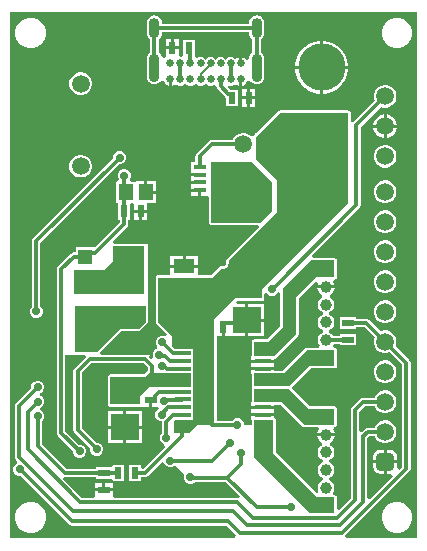
<source format=gbr>
%TF.GenerationSoftware,Altium Limited,Altium Designer,26.2.0 (7)*%
G04 Layer_Physical_Order=4*
G04 Layer_Color=16711680*
%FSLAX45Y45*%
%MOMM*%
%TF.SameCoordinates,0EF2FD25-9F0B-49EC-8662-A35640DF5B91*%
%TF.FilePolarity,Positive*%
%TF.FileFunction,Copper,L4,Bot,Signal*%
%TF.Part,Single*%
G01*
G75*
%TA.AperFunction,SMDPad,CuDef*%
%ADD10R,1.00000X0.60000*%
%ADD13R,0.60000X1.00000*%
%TA.AperFunction,Conductor*%
%ADD21C,0.30000*%
%ADD22C,0.20000*%
%TA.AperFunction,ComponentPad*%
%ADD23C,1.50000*%
%ADD24C,4.00000*%
%ADD25R,4.00000X4.00000*%
%ADD26C,2.00000*%
%ADD27R,1.50000X1.50000*%
%ADD28C,1.00000*%
G04:AMPARAMS|DCode=29|XSize=1.52mm|YSize=1.52mm|CornerRadius=0.38mm|HoleSize=0mm|Usage=FLASHONLY|Rotation=90.000|XOffset=0mm|YOffset=0mm|HoleType=Round|Shape=RoundedRectangle|*
%AMROUNDEDRECTD29*
21,1,1.52000,0.76000,0,0,90.0*
21,1,0.76000,1.52000,0,0,90.0*
1,1,0.76000,0.38000,0.38000*
1,1,0.76000,0.38000,-0.38000*
1,1,0.76000,-0.38000,-0.38000*
1,1,0.76000,-0.38000,0.38000*
%
%ADD29ROUNDEDRECTD29*%
%ADD30C,0.65000*%
%ADD31C,1.52000*%
G04:AMPARAMS|DCode=32|XSize=0.9mm|YSize=2.4mm|CornerRadius=0.45mm|HoleSize=0mm|Usage=FLASHONLY|Rotation=180.000|XOffset=0mm|YOffset=0mm|HoleType=Round|Shape=RoundedRectangle|*
%AMROUNDEDRECTD32*
21,1,0.90000,1.50000,0,0,180.0*
21,1,0.00000,2.40000,0,0,180.0*
1,1,0.90000,0.00000,0.75000*
1,1,0.90000,0.00000,0.75000*
1,1,0.90000,0.00000,-0.75000*
1,1,0.90000,0.00000,-0.75000*
%
%ADD32ROUNDEDRECTD32*%
G04:AMPARAMS|DCode=33|XSize=0.9mm|YSize=1.7mm|CornerRadius=0.45mm|HoleSize=0mm|Usage=FLASHONLY|Rotation=180.000|XOffset=0mm|YOffset=0mm|HoleType=Round|Shape=RoundedRectangle|*
%AMROUNDEDRECTD33*
21,1,0.90000,0.80000,0,0,180.0*
21,1,0.00000,1.70000,0,0,180.0*
1,1,0.90000,0.00000,0.40000*
1,1,0.90000,0.00000,0.40000*
1,1,0.90000,0.00000,-0.40000*
1,1,0.90000,0.00000,-0.40000*
%
%ADD33ROUNDEDRECTD33*%
%TA.AperFunction,ViaPad*%
%ADD34C,0.70000*%
%TA.AperFunction,SMDPad,CuDef*%
%ADD35R,0.76000X0.40500*%
%ADD36R,2.35000X2.20000*%
%ADD37R,1.45000X0.40000*%
%ADD38R,1.80000X1.15000*%
%ADD39R,0.60000X1.20000*%
%ADD40R,1.20000X1.40000*%
%ADD41R,1.20000X1.52000*%
%ADD42R,0.99000X0.40500*%
%ADD43R,4.40000X1.50000*%
%ADD44R,1.15000X1.22000*%
G36*
X13176604Y7053396D02*
X12574648D01*
X12566364Y7073396D01*
X13107735Y7614766D01*
X13115469Y7626344D01*
X13118185Y7640000D01*
Y8533500D01*
X13115469Y8547156D01*
X13107735Y8558733D01*
X12991249Y8675218D01*
X12991959Y8676445D01*
X12998500Y8700861D01*
Y8726138D01*
X12991959Y8750554D01*
X12979318Y8772445D01*
X12961446Y8790319D01*
X12939555Y8802957D01*
X12915138Y8809500D01*
X12889861D01*
X12865445Y8802957D01*
X12864218Y8802249D01*
X12768733Y8897734D01*
X12757156Y8905469D01*
X12743500Y8908186D01*
X12660000D01*
Y8922500D01*
X12520000D01*
Y8822500D01*
X12660000D01*
Y8836814D01*
X12728718D01*
X12813751Y8751782D01*
X12813042Y8750554D01*
X12806500Y8726138D01*
Y8700861D01*
X12813042Y8676445D01*
X12825681Y8654554D01*
X12843555Y8636681D01*
X12865445Y8624042D01*
X12889861Y8617500D01*
X12915138D01*
X12939555Y8624042D01*
X12940782Y8624751D01*
X13046814Y8518718D01*
Y7654781D01*
X13024106Y7632073D01*
X13020091Y7632739D01*
X13004330Y7655422D01*
X13005142Y7659500D01*
Y7684799D01*
X12915199D01*
Y7594858D01*
X12940500D01*
X12944579Y7595669D01*
X12967261Y7579909D01*
X12967928Y7575894D01*
X12771664Y7379631D01*
X12753186Y7387284D01*
Y7897719D01*
X12771281Y7915814D01*
X12812675D01*
X12813042Y7914445D01*
X12825681Y7892554D01*
X12843555Y7874681D01*
X12865445Y7862042D01*
X12889861Y7855500D01*
X12915138D01*
X12939555Y7862042D01*
X12961446Y7874681D01*
X12979318Y7892554D01*
X12991959Y7914445D01*
X12998500Y7938861D01*
Y7964138D01*
X12991959Y7988554D01*
X12979318Y8010445D01*
X12961446Y8028319D01*
X12939555Y8040957D01*
X12915138Y8047500D01*
X12889861D01*
X12865445Y8040957D01*
X12843555Y8028319D01*
X12825681Y8010445D01*
X12813042Y7988554D01*
X12812675Y7987185D01*
X12756500D01*
X12742843Y7984469D01*
X12731266Y7976733D01*
X12703186Y7948653D01*
X12683186Y7956937D01*
Y8122718D01*
X12730281Y8169814D01*
X12812675D01*
X12813042Y8168445D01*
X12825681Y8146554D01*
X12843555Y8128681D01*
X12865445Y8116042D01*
X12889861Y8109500D01*
X12915138D01*
X12939555Y8116042D01*
X12961446Y8128681D01*
X12979318Y8146554D01*
X12991959Y8168445D01*
X12998500Y8192861D01*
Y8218138D01*
X12991959Y8242554D01*
X12979318Y8264445D01*
X12961446Y8282319D01*
X12939555Y8294957D01*
X12915138Y8301500D01*
X12889861D01*
X12865445Y8294957D01*
X12843555Y8282319D01*
X12825681Y8264445D01*
X12813042Y8242554D01*
X12812675Y8241185D01*
X12715500D01*
X12701844Y8238469D01*
X12690266Y8230733D01*
X12622266Y8162733D01*
X12614531Y8151156D01*
X12611814Y8137500D01*
Y7392282D01*
X12511370Y7291837D01*
X12492892Y7299491D01*
Y7397500D01*
X12491340Y7405303D01*
X12486919Y7411919D01*
X12480304Y7416339D01*
X12472500Y7417892D01*
X12470171D01*
X12464448Y7426055D01*
X12460461Y7437892D01*
X12467730Y7450481D01*
X12472500Y7468285D01*
Y7486716D01*
X12467730Y7504519D01*
X12458514Y7520481D01*
X12445481Y7533514D01*
X12430897Y7541934D01*
X12429519Y7549402D01*
Y7555599D01*
X12430897Y7563066D01*
X12445481Y7571486D01*
X12458514Y7584519D01*
X12467730Y7600481D01*
X12472500Y7618284D01*
Y7636716D01*
X12467730Y7654519D01*
X12458514Y7670481D01*
X12445481Y7683514D01*
X12430897Y7691934D01*
X12429519Y7699399D01*
Y7705601D01*
X12430897Y7713066D01*
X12445481Y7721486D01*
X12458514Y7734519D01*
X12467730Y7750481D01*
X12472500Y7768285D01*
Y7786716D01*
X12467730Y7804519D01*
X12458514Y7820481D01*
X12445481Y7833514D01*
X12437239Y7838273D01*
X12435944Y7842632D01*
X12437039Y7860377D01*
X12448797Y7867165D01*
X12462835Y7881204D01*
X12472762Y7898397D01*
X12477157Y7914801D01*
X12402500D01*
X12327843D01*
X12332238Y7898397D01*
X12342165Y7881204D01*
X12356204Y7867165D01*
X12367961Y7860377D01*
X12369056Y7842632D01*
X12367761Y7838273D01*
X12359519Y7833514D01*
X12346486Y7820481D01*
X12337271Y7804519D01*
X12332500Y7786716D01*
Y7768285D01*
X12337271Y7750481D01*
X12346486Y7734519D01*
X12359519Y7721486D01*
X12374104Y7713066D01*
X12375481Y7705601D01*
Y7699399D01*
X12374104Y7691934D01*
X12359519Y7683514D01*
X12346486Y7670481D01*
X12337271Y7654519D01*
X12332500Y7636716D01*
Y7618284D01*
X12337271Y7600481D01*
X12346486Y7584519D01*
X12359519Y7571486D01*
X12374104Y7563066D01*
X12375481Y7555599D01*
Y7549402D01*
X12374104Y7541934D01*
X12359519Y7533514D01*
X12346486Y7520481D01*
X12337271Y7504519D01*
X12332500Y7486716D01*
Y7468285D01*
X12337271Y7450481D01*
X12341545Y7443077D01*
X12325541Y7430797D01*
X11977892Y7778446D01*
X11977892Y8052500D01*
X11976340Y8060304D01*
X11971919Y8066919D01*
X11965400Y8071275D01*
Y8082300D01*
X11867499D01*
X11769600D01*
Y8049600D01*
X11772108D01*
Y8012500D01*
X11707500D01*
Y8023440D01*
X11699126Y8043655D01*
X11683655Y8059127D01*
X11663440Y8067500D01*
X11641560D01*
X11621345Y8059127D01*
X11605873Y8043655D01*
X11605845Y8043587D01*
X11475392D01*
Y8745308D01*
X11477100Y8764600D01*
X11519800D01*
Y8840000D01*
X11545200D01*
Y8764600D01*
X11587900D01*
X11589600Y8761100D01*
X11719800D01*
Y8896501D01*
Y9031900D01*
X11650145D01*
X11640242Y9051900D01*
X11646118Y9059608D01*
X11860000D01*
X11867804Y9061160D01*
X11874419Y9065581D01*
X11878840Y9072196D01*
X11880392Y9080000D01*
Y9118195D01*
X11890946Y9122979D01*
X11900392Y9124327D01*
X11913845Y9110874D01*
X11934060Y9102500D01*
X11955940D01*
X11976155Y9110874D01*
X11991627Y9126345D01*
X11994608Y9133544D01*
X12014608Y9129565D01*
Y8845946D01*
X11901553Y8732892D01*
X11792500Y8732892D01*
X11784696Y8731339D01*
X11778081Y8726919D01*
X11773660Y8720303D01*
X11772108Y8712500D01*
Y8595400D01*
X11769600D01*
Y8562699D01*
X11867499D01*
X11965400D01*
Y8569687D01*
X11972804Y8571160D01*
X11979420Y8575581D01*
X12164419Y8760581D01*
X12168840Y8767196D01*
X12170392Y8775000D01*
Y9084053D01*
X12313895Y9227556D01*
X12319168Y9228970D01*
X12321657Y9228276D01*
X12332238Y9206604D01*
X12327844Y9190201D01*
X12402500D01*
X12477157D01*
X12472762Y9206604D01*
X12465254Y9219608D01*
X12470571Y9234283D01*
X12474843Y9240074D01*
X12480304Y9241160D01*
X12486919Y9245581D01*
X12491340Y9252196D01*
X12492892Y9260000D01*
Y9402500D01*
X12491340Y9410304D01*
X12486919Y9416919D01*
X12480304Y9421340D01*
X12472500Y9422892D01*
X12294143Y9422891D01*
X12285859Y9442892D01*
X12685234Y9842267D01*
X12692969Y9853844D01*
X12695686Y9867500D01*
Y10534219D01*
X12864951Y10703483D01*
X12865833Y10702975D01*
X12889993Y10696500D01*
X12915007D01*
X12939168Y10702975D01*
X12960831Y10715481D01*
X12978519Y10733169D01*
X12991026Y10754832D01*
X12997501Y10778993D01*
Y10804007D01*
X12991026Y10828169D01*
X12978519Y10849831D01*
X12960831Y10867519D01*
X12939168Y10880026D01*
X12915007Y10886500D01*
X12889993D01*
X12865833Y10880026D01*
X12844170Y10867519D01*
X12826482Y10849831D01*
X12813974Y10828169D01*
X12807500Y10804007D01*
Y10778993D01*
X12813974Y10754832D01*
X12814484Y10753951D01*
X12634766Y10574234D01*
X12632892Y10571428D01*
X12612892Y10577495D01*
Y10652500D01*
X12611340Y10660304D01*
X12606919Y10666919D01*
X12600304Y10671340D01*
X12592500Y10672892D01*
X12010000D01*
X12002196Y10671340D01*
X11995581Y10666919D01*
X11995580Y10666918D01*
X11811161Y10482500D01*
X11805000D01*
Y10476339D01*
X11793081Y10464419D01*
X11790130Y10460004D01*
X11784231Y10457064D01*
X11767568Y10454282D01*
X11758331Y10463519D01*
X11736668Y10476026D01*
X11712507Y10482500D01*
X11687493D01*
X11663332Y10476026D01*
X11641669Y10463519D01*
X11623981Y10445831D01*
X11611474Y10424168D01*
X11611211Y10423186D01*
X11437500D01*
X11423844Y10420469D01*
X11412266Y10412734D01*
X11307266Y10307734D01*
X11299531Y10296156D01*
X11296814Y10282500D01*
Y10232750D01*
X11263000D01*
Y10173150D01*
X11257600D01*
Y10140200D01*
X11332500D01*
Y10114800D01*
X11257600D01*
Y10081850D01*
Y10075200D01*
X11332500D01*
Y10049800D01*
X11257600D01*
Y10016850D01*
Y10010200D01*
X11332500D01*
Y9997500D01*
X11345200D01*
Y9951850D01*
X11407400D01*
X11412108Y9933800D01*
Y9722500D01*
X11413660Y9714696D01*
X11418081Y9708081D01*
X11424696Y9703660D01*
X11432500Y9702108D01*
X11822485D01*
X11830770Y9682108D01*
X11562624Y9413962D01*
X11562623Y9413961D01*
X11562622Y9413961D01*
X11560981Y9411503D01*
X11558203Y9407346D01*
X11558203Y9407345D01*
X11558202Y9407345D01*
X11557423Y9403423D01*
X11556651Y9399543D01*
X11556651Y9399542D01*
X11556651Y9399541D01*
X11557108Y9397245D01*
Y9380616D01*
X11551839Y9367896D01*
X11542104Y9358161D01*
X11529384Y9352892D01*
X11512755D01*
X11510459Y9353349D01*
X11510457Y9353349D01*
X11505643Y9352391D01*
X11502655Y9351797D01*
X11502654Y9351797D01*
X11502653Y9351797D01*
X11498496Y9349019D01*
X11496039Y9347378D01*
X11496039Y9347377D01*
X11496038Y9347376D01*
X11426553Y9277892D01*
X11315400D01*
Y9342300D01*
X11200000D01*
X11084600D01*
Y9277892D01*
X11000400Y9277892D01*
D01*
X10980000D01*
X10972196Y9276339D01*
X10965581Y9271919D01*
X10961160Y9265303D01*
X10959608Y9257500D01*
Y8877500D01*
X10961160Y8869697D01*
X10965581Y8863081D01*
X10965581Y8863080D01*
D01*
D01*
X11053379Y8775282D01*
X11042050Y8758327D01*
X11025940Y8765000D01*
X11004060D01*
X10983845Y8756627D01*
X10972500Y8745281D01*
D01*
X10968374Y8741155D01*
X10960000Y8720940D01*
Y8699060D01*
X10968374Y8678845D01*
X10972500Y8674719D01*
Y8664075D01*
X10967166Y8658741D01*
X10966003Y8652932D01*
X10958071Y8649646D01*
X10942599Y8634175D01*
X10934226Y8613960D01*
Y8592080D01*
X10939567Y8579184D01*
X10922612Y8567855D01*
X10906867Y8583600D01*
X10913900Y8603601D01*
X10913900D01*
Y8605475D01*
X10911610Y8603186D01*
X10497809D01*
X10489524Y8623186D01*
X10497809Y8631470D01*
X10670947Y8804608D01*
X10814999D01*
X10815000Y8804608D01*
X10815001Y8804608D01*
X10823447D01*
X10845239Y8826400D01*
X10889419Y8870581D01*
D01*
X10893840Y8877196D01*
X10895392Y8885000D01*
Y9017500D01*
X10895290Y9018012D01*
X10895000Y9037892D01*
X10895000Y9037892D01*
Y9099600D01*
X10895392D01*
Y9539609D01*
X10897791Y9545400D01*
X10889600D01*
Y9545401D01*
X10869600Y9544477D01*
X10865000Y9545392D01*
X10606644D01*
X10597886Y9562863D01*
X10597664Y9564696D01*
X10717733Y9684766D01*
X10725469Y9696343D01*
X10728186Y9710000D01*
Y9747500D01*
X10742500D01*
Y9878097D01*
X10762500Y9886257D01*
X10777100Y9877693D01*
Y9830201D01*
X10832501D01*
X10887900D01*
Y9884600D01*
X10962900D01*
Y9967300D01*
X10877500D01*
Y9980000D01*
X10864800D01*
Y10075400D01*
X10792100D01*
Y10075400D01*
X10787500Y10070000D01*
X10748566D01*
X10739127Y10088845D01*
X10747500Y10109060D01*
Y10130940D01*
X10739127Y10151155D01*
X10723655Y10166627D01*
X10703440Y10175000D01*
X10681560D01*
X10661345Y10166627D01*
X10645874Y10151155D01*
X10637500Y10130940D01*
Y10109060D01*
X10645874Y10088845D01*
X10636434Y10070000D01*
X10627500D01*
Y9890000D01*
X10642500Y9887500D01*
Y9747500D01*
X10656814D01*
Y9724781D01*
X10444948Y9512915D01*
X10437500Y9516000D01*
Y9516000D01*
X10282500D01*
Y9470686D01*
X10267500D01*
X10253844Y9467969D01*
X10242267Y9460234D01*
X10134766Y9352734D01*
X10127031Y9341156D01*
X10124314Y9327500D01*
Y7945000D01*
X10127031Y7931344D01*
X10134766Y7919766D01*
X10262500Y7792033D01*
Y7776560D01*
X10270874Y7756345D01*
X10286345Y7740874D01*
X10306560Y7732500D01*
X10328440D01*
X10348655Y7740874D01*
X10364127Y7756345D01*
X10372500Y7776560D01*
Y7798440D01*
X10364127Y7818655D01*
X10348655Y7834127D01*
X10328440Y7842500D01*
X10312967D01*
X10195686Y7959782D01*
Y8605000D01*
X10257108D01*
X10257108Y8605000D01*
Y8605000D01*
X10276988Y8604710D01*
X10277500Y8604608D01*
X10358356D01*
X10366641Y8584608D01*
X10274766Y8492734D01*
X10267031Y8481156D01*
X10264314Y8467500D01*
Y7967500D01*
X10267031Y7953844D01*
X10274766Y7942266D01*
X10407500Y7809533D01*
Y7794060D01*
X10415874Y7773845D01*
X10431345Y7758373D01*
X10451560Y7750000D01*
X10473440D01*
X10493655Y7758373D01*
X10509127Y7773845D01*
X10517500Y7794060D01*
Y7815940D01*
X10509127Y7836155D01*
X10493655Y7851626D01*
X10473440Y7860000D01*
X10457967D01*
X10335686Y7982281D01*
Y8452718D01*
X10414782Y8531814D01*
X10857718D01*
X10896814Y8492718D01*
Y8467258D01*
X10892196Y8466340D01*
X10885581Y8461919D01*
X10885580Y8461919D01*
X10861553Y8437892D01*
X10577500D01*
X10569696Y8436340D01*
X10563081Y8431919D01*
X10558660Y8425304D01*
X10557108Y8417500D01*
Y8182500D01*
X10558660Y8174696D01*
X10563081Y8168081D01*
X10569696Y8163660D01*
X10577500Y8162108D01*
X10823132D01*
X10830000Y8162108D01*
X10830037Y8162116D01*
X10837804Y8163660D01*
X10837921Y8163739D01*
X10842100Y8164599D01*
X10842100Y8164600D01*
X10904800D01*
Y8220000D01*
X10930200D01*
Y8164600D01*
X10982045D01*
X10986023Y8144600D01*
X10978845Y8141627D01*
X10963374Y8126155D01*
X10955000Y8105940D01*
Y8084060D01*
X10963374Y8063845D01*
X10978845Y8048374D01*
X10999060Y8040000D01*
X11009798D01*
X11014314Y8034497D01*
Y7942096D01*
X11003373Y7931155D01*
X10995000Y7910940D01*
Y7889060D01*
X11003373Y7868845D01*
X11018845Y7853373D01*
X11033536Y7847288D01*
X11041055Y7826522D01*
X10855000Y7640467D01*
X10835000Y7643694D01*
Y7672500D01*
X10735000D01*
Y7532500D01*
X10835000D01*
Y7566814D01*
X10867500D01*
X10881156Y7569531D01*
X10892734Y7577266D01*
X11011522Y7696055D01*
X11032288Y7688536D01*
X11038373Y7673845D01*
X11053845Y7658374D01*
X11074060Y7650000D01*
X11095940D01*
X11116155Y7658374D01*
X11123895Y7666113D01*
X11204125Y7585899D01*
X11200000Y7575940D01*
Y7554060D01*
X11208374Y7533845D01*
X11223845Y7518374D01*
X11244060Y7510000D01*
X11265940D01*
X11286155Y7518374D01*
X11294596Y7526814D01*
X11552718D01*
X11675268Y7404265D01*
X11663656Y7387969D01*
X11650000Y7390686D01*
X10606557D01*
X10597900Y7407100D01*
X10597900Y7410686D01*
Y7449800D01*
X10522499D01*
X10447100D01*
Y7410686D01*
X10447100Y7407100D01*
X10438443Y7390686D01*
X10337281D01*
X10178203Y7549764D01*
X10188056Y7568196D01*
X10195000Y7566814D01*
X10452500D01*
Y7552500D01*
X10592497D01*
X10595000Y7533536D01*
Y7532500D01*
X10581964Y7517900D01*
X10535199D01*
Y7475200D01*
X10597900D01*
Y7512500D01*
X10597900Y7517900D01*
X10610936Y7532500D01*
X10695000D01*
Y7672500D01*
X10595000D01*
Y7671464D01*
X10592500Y7652500D01*
X10452500D01*
Y7638186D01*
X10209782D01*
X9998186Y7849782D01*
Y8040404D01*
X10009127Y8051345D01*
X10017500Y8071560D01*
Y8093440D01*
X10009127Y8113655D01*
X9993655Y8129126D01*
X9981464Y8134176D01*
Y8155824D01*
X9993655Y8160873D01*
X10009127Y8176345D01*
X10017500Y8196560D01*
Y8218440D01*
X10009127Y8238655D01*
X9993655Y8254126D01*
X9984482Y8257926D01*
Y8279574D01*
X9993655Y8283374D01*
X10009127Y8298845D01*
X10017500Y8319060D01*
Y8340940D01*
X10009127Y8361155D01*
X9993655Y8376627D01*
X9973440Y8385000D01*
X9951560D01*
X9931345Y8376627D01*
X9915873Y8361155D01*
X9907500Y8340940D01*
Y8325467D01*
X9777266Y8195234D01*
X9769531Y8183656D01*
X9766814Y8170000D01*
Y7740000D01*
X9769531Y7726344D01*
X9777266Y7714766D01*
X9787623Y7704410D01*
X9782930Y7680819D01*
X9778845Y7679127D01*
X9763373Y7663655D01*
X9755000Y7643440D01*
Y7621560D01*
X9763373Y7601345D01*
X9778845Y7585874D01*
X9799060Y7577500D01*
X9814533D01*
X10224766Y7167266D01*
X10236344Y7159531D01*
X10250000Y7156814D01*
X11557719D01*
X11641137Y7073396D01*
X11632852Y7053396D01*
X9728396D01*
Y11501604D01*
X13176604D01*
Y7053396D01*
D02*
G37*
G36*
X11942500Y10062500D02*
Y9817500D01*
X11847500Y9722500D01*
X11432500D01*
Y10232500D01*
X11772500D01*
X11942500Y10062500D01*
D02*
G37*
G36*
X12592500Y9887499D02*
X11860000Y9155000D01*
Y9080000D01*
X11630000D01*
X11455000Y8905000D01*
Y8012500D01*
X11311152D01*
X11238652Y7940000D01*
X11112500D01*
Y8046530D01*
X11120285Y8054315D01*
X11182500D01*
X11185948Y8055000D01*
X11280000D01*
Y8120000D01*
Y8185000D01*
Y8250000D01*
Y8315000D01*
Y8380000D01*
Y8445000D01*
Y8510000D01*
Y8575000D01*
Y8655000D01*
X11185948D01*
X11182500Y8655686D01*
X11119781D01*
X11097500Y8677967D01*
Y8760000D01*
X10980000Y8877500D01*
Y9257500D01*
X11095000Y9257500D01*
X11435000Y9257500D01*
X11510457Y9332957D01*
X11511560Y9332500D01*
X11533440D01*
X11553655Y9340873D01*
X11569126Y9356345D01*
X11577500Y9376560D01*
Y9398440D01*
X11577043Y9399543D01*
X11990000Y9812500D01*
Y10080000D01*
X11807500Y10262500D01*
Y10450000D01*
X12010000Y10652500D01*
X12592500D01*
Y9887499D01*
D02*
G37*
G36*
X10865000Y9120000D02*
X10272500D01*
Y9320000D01*
X10520000D01*
X10600000Y9400000D01*
Y9525000D01*
X10865000D01*
Y9120000D01*
D02*
G37*
G36*
X10875000Y8885000D02*
X10815000Y8825000D01*
X10662500D01*
X10462500Y8625000D01*
X10277500D01*
Y8750000D01*
X10277500Y9017500D01*
X10875000D01*
Y8885000D01*
D02*
G37*
G36*
X12472500Y9260000D02*
X12317500D01*
X12150000Y9092500D01*
Y8775000D01*
X11965000Y8590000D01*
X11792500D01*
Y8712500D01*
X11910000Y8712500D01*
X12035000Y8837500D01*
Y9160000D01*
X12277500Y9402500D01*
X12472500Y9402500D01*
Y9260000D01*
D02*
G37*
G36*
X11053324Y8446814D02*
X11095000D01*
Y8445000D01*
X11259608D01*
Y8380000D01*
Y8330000D01*
X11095000D01*
D01*
X10902500Y8330000D01*
X10830000Y8257499D01*
Y8182500D01*
X10577500D01*
Y8417500D01*
X10870000D01*
X10900000Y8447500D01*
X11049877D01*
X11053324Y8446814D01*
D02*
G37*
G36*
X11957500Y7770000D02*
X12330000Y7397500D01*
X12472500Y7397500D01*
Y7262500D01*
X12265000D01*
X11792500Y7735000D01*
Y8052500D01*
X11957500D01*
X11957500Y7770000D01*
D02*
G37*
%LPC*%
G36*
X11815000Y11476561D02*
X11798032Y11474327D01*
X11782220Y11467777D01*
X11768642Y11457358D01*
X11758223Y11443781D01*
X11751673Y11427969D01*
X11749440Y11411000D01*
Y11406686D01*
X11015561D01*
Y11411000D01*
X11013327Y11427969D01*
X11006777Y11443781D01*
X10996358Y11457358D01*
X10982781Y11467777D01*
X10966969Y11474327D01*
X10950000Y11476561D01*
X10933032Y11474327D01*
X10917220Y11467777D01*
X10903642Y11457358D01*
X10893223Y11443781D01*
X10886673Y11427969D01*
X10884439Y11411000D01*
Y11331000D01*
X10886673Y11314032D01*
X10893223Y11298220D01*
X10903642Y11284642D01*
X10914314Y11276452D01*
Y11162548D01*
X10903642Y11154358D01*
X10893223Y11140780D01*
X10886673Y11124969D01*
X10884439Y11108000D01*
Y10958000D01*
X10886673Y10941031D01*
X10893223Y10925220D01*
X10903642Y10911642D01*
X10917220Y10901223D01*
X10933032Y10894673D01*
X10950000Y10892439D01*
X10966969Y10894673D01*
X10982781Y10901223D01*
X10996358Y10911642D01*
X11006777Y10925220D01*
X11007100Y10925999D01*
X11024549Y10923804D01*
X11027403Y10922752D01*
X11035915Y10902202D01*
X11052202Y10885915D01*
X11072300Y10877590D01*
Y10934999D01*
X11097700D01*
Y10877590D01*
X11117798Y10885915D01*
X11131319Y10899435D01*
X11140261Y10890493D01*
X11159557Y10882500D01*
X11180443D01*
X11199739Y10890493D01*
X11212500Y10903254D01*
X11225261Y10890493D01*
X11244557Y10882500D01*
X11265443D01*
X11284739Y10890493D01*
X11297500Y10903254D01*
X11310261Y10890493D01*
X11329557Y10882500D01*
X11350443D01*
X11369739Y10890493D01*
X11382500Y10903254D01*
X11395261Y10890493D01*
X11414557Y10882500D01*
X11435443D01*
X11454739Y10890493D01*
X11474315Y10881784D01*
Y10875833D01*
X11477031Y10862176D01*
X11484767Y10850599D01*
X11547899Y10787467D01*
X11557700Y10780918D01*
Y10707700D01*
X11657700D01*
Y10847700D01*
X11596149D01*
X11592700Y10848386D01*
X11587914D01*
X11569007Y10867293D01*
X11580336Y10884248D01*
X11584557Y10882500D01*
X11605443D01*
X11624739Y10890493D01*
X11633682Y10899435D01*
X11647203Y10885915D01*
X11667300Y10877590D01*
Y10934999D01*
X11692700D01*
Y10877590D01*
X11712798Y10885915D01*
X11729086Y10902202D01*
X11737598Y10922752D01*
X11740451Y10923804D01*
X11757900Y10925999D01*
X11758223Y10925220D01*
X11768642Y10911642D01*
X11782220Y10901223D01*
X11798032Y10894673D01*
X11815000Y10892439D01*
X11831969Y10894673D01*
X11847781Y10901223D01*
X11861359Y10911642D01*
X11871777Y10925220D01*
X11878327Y10941031D01*
X11880561Y10958000D01*
Y11108000D01*
X11878327Y11124969D01*
X11871777Y11140780D01*
X11861359Y11154358D01*
X11850686Y11162548D01*
Y11276452D01*
X11861359Y11284642D01*
X11871777Y11298220D01*
X11878327Y11314032D01*
X11880561Y11331000D01*
Y11411000D01*
X11878327Y11427969D01*
X11871777Y11443781D01*
X11861359Y11457358D01*
X11847781Y11467777D01*
X11831969Y11474327D01*
X11815000Y11476561D01*
D02*
G37*
G36*
X13019615Y11457500D02*
X12985385D01*
X12952322Y11448641D01*
X12922678Y11431526D01*
X12898474Y11407322D01*
X12881358Y11377678D01*
X12872501Y11344615D01*
Y11310385D01*
X12881358Y11277322D01*
X12898474Y11247678D01*
X12922678Y11223474D01*
X12952322Y11206359D01*
X12985385Y11197500D01*
X13019615D01*
X13052678Y11206359D01*
X13082323Y11223474D01*
X13106525Y11247678D01*
X13123640Y11277322D01*
X13132500Y11310385D01*
Y11344615D01*
X13123640Y11377678D01*
X13106525Y11407322D01*
X13082323Y11431526D01*
X13052678Y11448641D01*
X13019615Y11457500D01*
D02*
G37*
G36*
X9919615D02*
X9885385D01*
X9852322Y11448641D01*
X9822678Y11431526D01*
X9798474Y11407322D01*
X9781359Y11377678D01*
X9772500Y11344615D01*
Y11310385D01*
X9781359Y11277322D01*
X9798474Y11247678D01*
X9822678Y11223474D01*
X9852322Y11206359D01*
X9885385Y11197500D01*
X9919615D01*
X9952678Y11206359D01*
X9982322Y11223474D01*
X10006526Y11247678D01*
X10023641Y11277322D01*
X10032500Y11310385D01*
Y11344615D01*
X10023641Y11377678D01*
X10006526Y11407322D01*
X9982322Y11431526D01*
X9952678Y11448641D01*
X9919615Y11457500D01*
D02*
G37*
G36*
X12387200Y11262900D02*
X12377700D01*
Y11050199D01*
X12590400D01*
Y11059700D01*
X12581738Y11103247D01*
X12564747Y11144267D01*
X12540080Y11181184D01*
X12508684Y11212580D01*
X12471767Y11237247D01*
X12430747Y11254238D01*
X12387200Y11262900D01*
D02*
G37*
G36*
X12352300D02*
X12342800D01*
X12299253Y11254238D01*
X12258233Y11237247D01*
X12221316Y11212580D01*
X12189920Y11181184D01*
X12165253Y11144267D01*
X12148262Y11103247D01*
X12139600Y11059700D01*
Y11050199D01*
X12352300D01*
Y11262900D01*
D02*
G37*
G36*
X12590400Y11024799D02*
X12377700D01*
Y10812100D01*
X12387200D01*
X12430747Y10820762D01*
X12471767Y10837753D01*
X12508684Y10862420D01*
X12540080Y10893816D01*
X12564747Y10930733D01*
X12581738Y10971754D01*
X12590400Y11015300D01*
Y11024799D01*
D02*
G37*
G36*
X12352300D02*
X12139600D01*
Y11015300D01*
X12148262Y10971754D01*
X12165253Y10930733D01*
X12189920Y10893816D01*
X12221316Y10862420D01*
X12258233Y10837753D01*
X12299253Y10820762D01*
X12342800Y10812100D01*
X12352300D01*
Y11024799D01*
D02*
G37*
G36*
X10337507Y10995000D02*
X10312493D01*
X10288332Y10988526D01*
X10266669Y10976019D01*
X10248982Y10958331D01*
X10236475Y10936668D01*
X10230000Y10912507D01*
Y10887493D01*
X10236475Y10863332D01*
X10248982Y10841669D01*
X10266669Y10823981D01*
X10288332Y10811474D01*
X10312493Y10805000D01*
X10337507D01*
X10361669Y10811474D01*
X10383331Y10823981D01*
X10401019Y10841669D01*
X10413526Y10863332D01*
X10420000Y10887493D01*
Y10912507D01*
X10413526Y10936668D01*
X10401019Y10958331D01*
X10383331Y10976019D01*
X10361669Y10988526D01*
X10337507Y10995000D01*
D02*
G37*
G36*
X11803100Y10853100D02*
X11760400D01*
Y10790400D01*
X11803100D01*
Y10853100D01*
D02*
G37*
G36*
X11735000D02*
X11692300D01*
Y10790400D01*
X11735000D01*
Y10853100D01*
D02*
G37*
G36*
X11803100Y10765000D02*
X11760400D01*
Y10702300D01*
X11803100D01*
Y10765000D01*
D02*
G37*
G36*
X11735000D02*
X11692300D01*
Y10702300D01*
X11735000D01*
Y10765000D01*
D02*
G37*
G36*
X12915718Y10637900D02*
X12915199D01*
Y10550200D01*
X13002901D01*
Y10550718D01*
X12996059Y10576253D01*
X12982840Y10599147D01*
X12964146Y10617840D01*
X12941254Y10631058D01*
X12915718Y10637900D01*
D02*
G37*
G36*
X12889799D02*
X12889282D01*
X12863747Y10631058D01*
X12840852Y10617840D01*
X12822160Y10599147D01*
X12808942Y10576253D01*
X12802100Y10550718D01*
Y10550200D01*
X12889799D01*
Y10637900D01*
D02*
G37*
G36*
X13002901Y10524800D02*
X12915199D01*
Y10437100D01*
X12915718D01*
X12941254Y10443942D01*
X12964146Y10457160D01*
X12982840Y10475853D01*
X12996059Y10498747D01*
X13002901Y10524282D01*
Y10524800D01*
D02*
G37*
G36*
X12889799D02*
X12802100D01*
Y10524282D01*
X12808942Y10498747D01*
X12822160Y10475853D01*
X12840852Y10457160D01*
X12863747Y10443942D01*
X12889282Y10437100D01*
X12889799D01*
Y10524800D01*
D02*
G37*
G36*
X12915007Y10378500D02*
X12889993D01*
X12865833Y10372026D01*
X12844170Y10359519D01*
X12826482Y10341831D01*
X12813974Y10320169D01*
X12807500Y10296007D01*
Y10270993D01*
X12813974Y10246832D01*
X12826482Y10225169D01*
X12844170Y10207481D01*
X12865833Y10194975D01*
X12889993Y10188500D01*
X12915007D01*
X12939168Y10194975D01*
X12960831Y10207481D01*
X12978519Y10225169D01*
X12991026Y10246832D01*
X12997501Y10270993D01*
Y10296007D01*
X12991026Y10320169D01*
X12978519Y10341831D01*
X12960831Y10359519D01*
X12939168Y10372026D01*
X12915007Y10378500D01*
D02*
G37*
G36*
X10337507Y10295000D02*
X10312493D01*
X10288332Y10288526D01*
X10266669Y10276019D01*
X10248982Y10258331D01*
X10236475Y10236668D01*
X10230000Y10212507D01*
Y10187493D01*
X10236475Y10163331D01*
X10248982Y10141669D01*
X10266669Y10123981D01*
X10288332Y10111474D01*
X10312493Y10105000D01*
X10337507D01*
X10361669Y10111474D01*
X10383331Y10123981D01*
X10401019Y10141669D01*
X10413526Y10163331D01*
X10420000Y10187493D01*
Y10212507D01*
X10413526Y10236668D01*
X10401019Y10258331D01*
X10383331Y10276019D01*
X10361669Y10288526D01*
X10337507Y10295000D01*
D02*
G37*
G36*
X10962900Y10075400D02*
X10890200D01*
Y9992700D01*
X10962900D01*
Y10075400D01*
D02*
G37*
G36*
X11319800Y9984800D02*
X11257600D01*
Y9951850D01*
X11319800D01*
Y9984800D01*
D02*
G37*
G36*
X12915138Y10079500D02*
X12889861D01*
X12865445Y10072958D01*
X12843555Y10060319D01*
X12825681Y10042445D01*
X12813042Y10020555D01*
X12806500Y9996139D01*
Y9970862D01*
X12813042Y9946446D01*
X12825681Y9924555D01*
X12843555Y9906681D01*
X12865445Y9894043D01*
X12889861Y9887500D01*
X12915138D01*
X12939555Y9894043D01*
X12961446Y9906681D01*
X12979318Y9924555D01*
X12991959Y9946446D01*
X12998500Y9970862D01*
Y9996139D01*
X12991959Y10020555D01*
X12979318Y10042445D01*
X12961446Y10060319D01*
X12939555Y10072958D01*
X12915138Y10079500D01*
D02*
G37*
G36*
X10887900Y9804801D02*
X10845201D01*
Y9742100D01*
X10887900D01*
Y9804801D01*
D02*
G37*
G36*
X10819801D02*
X10777100D01*
Y9742100D01*
X10819801D01*
Y9804801D01*
D02*
G37*
G36*
X12915138Y9825500D02*
X12889861D01*
X12865445Y9818958D01*
X12843555Y9806319D01*
X12825681Y9788445D01*
X12813042Y9766555D01*
X12806500Y9742139D01*
Y9716862D01*
X12813042Y9692446D01*
X12825681Y9670555D01*
X12843555Y9652681D01*
X12865445Y9640043D01*
X12889861Y9633500D01*
X12915138D01*
X12939555Y9640043D01*
X12961446Y9652681D01*
X12979318Y9670555D01*
X12991959Y9692446D01*
X12998500Y9716862D01*
Y9742139D01*
X12991959Y9766555D01*
X12979318Y9788445D01*
X12961446Y9806319D01*
X12939555Y9818958D01*
X12915138Y9825500D01*
D02*
G37*
G36*
Y9571500D02*
X12889861D01*
X12865445Y9564958D01*
X12843555Y9552319D01*
X12825681Y9534445D01*
X12813042Y9512555D01*
X12806500Y9488139D01*
Y9462862D01*
X12813042Y9438446D01*
X12825681Y9416555D01*
X12843555Y9398681D01*
X12865445Y9386043D01*
X12889861Y9379500D01*
X12915138D01*
X12939555Y9386043D01*
X12961446Y9398681D01*
X12979318Y9416555D01*
X12991959Y9438446D01*
X12998500Y9462862D01*
Y9488139D01*
X12991959Y9512555D01*
X12979318Y9534445D01*
X12961446Y9552319D01*
X12939555Y9564958D01*
X12915138Y9571500D01*
D02*
G37*
G36*
X11315400Y9437900D02*
X11212700D01*
Y9367700D01*
X11315400D01*
Y9437900D01*
D02*
G37*
G36*
X11187300D02*
X11084600D01*
Y9367700D01*
X11187300D01*
Y9437900D01*
D02*
G37*
G36*
X12915138Y9317500D02*
X12889861D01*
X12865445Y9310958D01*
X12843555Y9298319D01*
X12825681Y9280445D01*
X12813042Y9258555D01*
X12806500Y9234139D01*
Y9208862D01*
X12813042Y9184446D01*
X12825681Y9162555D01*
X12843555Y9144681D01*
X12865445Y9132043D01*
X12889861Y9125500D01*
X12915138D01*
X12939555Y9132043D01*
X12961446Y9144681D01*
X12979318Y9162555D01*
X12991959Y9184446D01*
X12998500Y9208862D01*
Y9234139D01*
X12991959Y9258555D01*
X12979318Y9280445D01*
X12961446Y9298319D01*
X12939555Y9310958D01*
X12915138Y9317500D01*
D02*
G37*
G36*
X10665940Y10327499D02*
X10644060D01*
X10623845Y10319126D01*
X10608373Y10303654D01*
X10600000Y10283439D01*
Y10267967D01*
X9922266Y9590233D01*
X9914531Y9578656D01*
X9911814Y9564999D01*
Y9012096D01*
X9900874Y9001155D01*
X9892500Y8980940D01*
Y8959060D01*
X9900874Y8938845D01*
X9916345Y8923374D01*
X9936560Y8915000D01*
X9958440D01*
X9978655Y8923374D01*
X9994127Y8938845D01*
X10002500Y8959060D01*
Y8980940D01*
X9994127Y9001155D01*
X9983186Y9012096D01*
Y9550218D01*
X10650467Y10217500D01*
X10665940D01*
X10686155Y10225873D01*
X10701627Y10241345D01*
X10710000Y10261559D01*
Y10283439D01*
X10701627Y10303654D01*
X10686155Y10319126D01*
X10665940Y10327499D01*
D02*
G37*
G36*
X11875400Y9031900D02*
X11745200D01*
Y8909201D01*
X11875400D01*
Y9031900D01*
D02*
G37*
G36*
X12915138Y9063500D02*
X12889861D01*
X12865445Y9056957D01*
X12843555Y9044319D01*
X12825681Y9026445D01*
X12813042Y9004554D01*
X12806500Y8980138D01*
Y8954861D01*
X12813042Y8930445D01*
X12825681Y8908554D01*
X12843555Y8890681D01*
X12865445Y8878042D01*
X12889861Y8871500D01*
X12915138D01*
X12939555Y8878042D01*
X12961446Y8890681D01*
X12979318Y8908554D01*
X12991959Y8930445D01*
X12998500Y8954861D01*
Y8980138D01*
X12991959Y9004554D01*
X12979318Y9026445D01*
X12961446Y9044319D01*
X12939555Y9056957D01*
X12915138Y9063500D01*
D02*
G37*
G36*
X11875400Y8883801D02*
X11745200D01*
Y8761100D01*
X11875400D01*
Y8883801D01*
D02*
G37*
G36*
X12477157Y9164801D02*
X12402500D01*
X12327843D01*
X12332238Y9148397D01*
X12342165Y9131204D01*
X12356204Y9117165D01*
X12367961Y9110377D01*
X12369056Y9092632D01*
X12367761Y9088273D01*
X12359519Y9083514D01*
X12346486Y9070481D01*
X12337271Y9054520D01*
X12332500Y9036716D01*
Y9018285D01*
X12337271Y9000482D01*
X12346486Y8984520D01*
X12359519Y8971487D01*
X12374104Y8963066D01*
X12375481Y8955601D01*
Y8949400D01*
X12374104Y8941935D01*
X12359519Y8933514D01*
X12346486Y8920481D01*
X12337271Y8904519D01*
X12332500Y8886716D01*
Y8868285D01*
X12337271Y8850481D01*
X12346486Y8834520D01*
X12359519Y8821487D01*
X12374104Y8813066D01*
X12375481Y8805599D01*
Y8799402D01*
X12374104Y8791934D01*
X12359519Y8783514D01*
X12346486Y8770481D01*
X12337271Y8754519D01*
X12332500Y8736716D01*
Y8718285D01*
X12337271Y8700481D01*
X12346486Y8684520D01*
X12348114Y8682892D01*
X12339830Y8662892D01*
X12242501D01*
X12242500Y8662892D01*
X12234696Y8661340D01*
X12228081Y8656919D01*
X12228080Y8656919D01*
X12039053Y8467892D01*
X11965400D01*
Y8472300D01*
X11867499D01*
X11769600D01*
Y8439600D01*
X11772108D01*
Y8335000D01*
X11773660Y8327196D01*
X11775000Y8325191D01*
Y8322309D01*
X11773660Y8320304D01*
X11772108Y8312500D01*
Y8205400D01*
X11769600D01*
Y8172700D01*
X11867499D01*
X11965400D01*
Y8182108D01*
X12019053D01*
X12203080Y7998081D01*
X12209696Y7993660D01*
X12217500Y7992108D01*
X12332192D01*
X12339248Y7979153D01*
X12341190Y7972108D01*
X12332238Y7956604D01*
X12327844Y7940201D01*
X12402500D01*
X12477157D01*
X12472762Y7956604D01*
X12463810Y7972108D01*
X12465851Y7979511D01*
X12472500Y7992108D01*
X12480304Y7993660D01*
X12486919Y7998081D01*
X12491340Y8004696D01*
X12492892Y8012500D01*
Y8147500D01*
X12491340Y8155304D01*
X12486919Y8161919D01*
X12480304Y8166340D01*
X12472500Y8167892D01*
X12263446D01*
X12107588Y8323750D01*
X12273446Y8489608D01*
X12472500D01*
X12480304Y8491160D01*
X12486919Y8495581D01*
X12491340Y8502196D01*
X12492892Y8510000D01*
Y8642500D01*
X12491340Y8650304D01*
X12486919Y8656919D01*
X12480304Y8661340D01*
X12472881Y8662816D01*
X12471728Y8664587D01*
X12463675Y8682272D01*
X12471595Y8694315D01*
X12520000D01*
Y8682500D01*
X12660000D01*
Y8782500D01*
X12520000D01*
Y8765686D01*
X12461283D01*
X12458514Y8770481D01*
X12445481Y8783514D01*
X12430897Y8791934D01*
X12429519Y8799402D01*
Y8805599D01*
X12430897Y8813066D01*
X12445481Y8821487D01*
X12458514Y8834520D01*
X12467730Y8850481D01*
X12472500Y8868285D01*
Y8886716D01*
X12467730Y8904519D01*
X12458514Y8920481D01*
X12445481Y8933514D01*
X12430897Y8941935D01*
X12429519Y8949400D01*
Y8955601D01*
X12430897Y8963066D01*
X12445481Y8971487D01*
X12458514Y8984520D01*
X12467730Y9000482D01*
X12472500Y9018285D01*
Y9036716D01*
X12467730Y9054520D01*
X12458514Y9070481D01*
X12445481Y9083514D01*
X12437239Y9088273D01*
X12435944Y9092632D01*
X12437039Y9110377D01*
X12448797Y9117165D01*
X12462835Y9131204D01*
X12472762Y9148397D01*
X12477157Y9164801D01*
D02*
G37*
G36*
X11965400Y8537299D02*
X11867499D01*
X11769600D01*
Y8504600D01*
Y8497700D01*
X11867499D01*
X11965400D01*
Y8537299D01*
D02*
G37*
G36*
X12915138Y8555500D02*
X12889861D01*
X12865445Y8548957D01*
X12843555Y8536319D01*
X12825681Y8518445D01*
X12813042Y8496554D01*
X12806500Y8472138D01*
Y8446861D01*
X12813042Y8422445D01*
X12825681Y8400554D01*
X12843555Y8382681D01*
X12865445Y8370042D01*
X12889861Y8363500D01*
X12915138D01*
X12939555Y8370042D01*
X12961446Y8382681D01*
X12979318Y8400554D01*
X12991959Y8422445D01*
X12998500Y8446861D01*
Y8472138D01*
X12991959Y8496554D01*
X12979318Y8518445D01*
X12961446Y8536319D01*
X12939555Y8548957D01*
X12915138Y8555500D01*
D02*
G37*
G36*
X11965400Y8147300D02*
X11867499D01*
X11769600D01*
Y8114600D01*
Y8107700D01*
X11867499D01*
X11965400D01*
Y8147300D01*
D02*
G37*
G36*
X10842900Y8123400D02*
X10712700D01*
Y8000701D01*
X10842900D01*
Y8123400D01*
D02*
G37*
G36*
X10687300D02*
X10557100D01*
Y8000701D01*
X10687300D01*
Y8123400D01*
D02*
G37*
G36*
X10842900Y7975301D02*
X10712700D01*
Y7852600D01*
X10842900D01*
Y7975301D01*
D02*
G37*
G36*
X10687300D02*
X10557100D01*
Y7852600D01*
X10687300D01*
Y7975301D01*
D02*
G37*
G36*
X12940500Y7800142D02*
X12915199D01*
Y7710199D01*
X13005142D01*
Y7735500D01*
X13000221Y7760237D01*
X12986209Y7781208D01*
X12965237Y7795221D01*
X12940500Y7800142D01*
D02*
G37*
G36*
X12889799D02*
X12864500D01*
X12839763Y7795221D01*
X12818791Y7781208D01*
X12804779Y7760237D01*
X12799858Y7735500D01*
Y7710199D01*
X12889799D01*
Y7800142D01*
D02*
G37*
G36*
Y7684799D02*
X12799858D01*
Y7659500D01*
X12804779Y7634762D01*
X12818791Y7613791D01*
X12839763Y7599778D01*
X12864500Y7594858D01*
X12889799D01*
Y7684799D01*
D02*
G37*
G36*
X10509799Y7517900D02*
X10447100D01*
Y7475200D01*
X10509799D01*
Y7517900D01*
D02*
G37*
G36*
X13019615Y7357500D02*
X12985385D01*
X12952322Y7348641D01*
X12922678Y7331526D01*
X12898474Y7307322D01*
X12881358Y7277678D01*
X12872501Y7244615D01*
Y7210385D01*
X12881358Y7177322D01*
X12898474Y7147678D01*
X12922678Y7123474D01*
X12952322Y7106359D01*
X12985385Y7097500D01*
X13019615D01*
X13052678Y7106359D01*
X13082323Y7123474D01*
X13106525Y7147678D01*
X13123640Y7177322D01*
X13132500Y7210385D01*
Y7244615D01*
X13123640Y7277678D01*
X13106525Y7307322D01*
X13082323Y7331526D01*
X13052678Y7348641D01*
X13019615Y7357500D01*
D02*
G37*
G36*
X9919615D02*
X9885385D01*
X9852322Y7348641D01*
X9822678Y7331526D01*
X9798474Y7307322D01*
X9781359Y7277678D01*
X9772500Y7244615D01*
Y7210385D01*
X9781359Y7177322D01*
X9798474Y7147678D01*
X9822678Y7123474D01*
X9852322Y7106359D01*
X9885385Y7097500D01*
X9919615D01*
X9952678Y7106359D01*
X9982322Y7123474D01*
X10006526Y7147678D01*
X10023641Y7177322D01*
X10032500Y7210385D01*
Y7244615D01*
X10023641Y7277678D01*
X10006526Y7307322D01*
X9982322Y7331526D01*
X9952678Y7348641D01*
X9919615Y7357500D01*
D02*
G37*
%LPD*%
G36*
X11749440Y11331000D02*
X11751673Y11314032D01*
X11758223Y11298220D01*
X11768642Y11284642D01*
X11779315Y11276452D01*
Y11162548D01*
X11768642Y11154358D01*
X11758223Y11140780D01*
X11751673Y11124969D01*
X11749440Y11108000D01*
Y11105921D01*
X11729440Y11101943D01*
X11729086Y11102798D01*
X11712798Y11119085D01*
X11692700Y11127410D01*
Y11069999D01*
X11667300D01*
Y11127410D01*
X11647203Y11119085D01*
X11633682Y11105565D01*
X11624739Y11114507D01*
X11605443Y11122500D01*
X11584557D01*
X11565261Y11114507D01*
X11552500Y11101746D01*
X11539739Y11114507D01*
X11520443Y11122500D01*
X11499557D01*
X11480262Y11114507D01*
X11467500Y11101746D01*
X11454739Y11114507D01*
X11435443Y11122500D01*
X11414557D01*
X11395261Y11114507D01*
X11382500Y11101746D01*
X11369739Y11114507D01*
X11350443Y11122500D01*
X11329557D01*
X11310262Y11114507D01*
X11290686Y11123216D01*
Y11187500D01*
X11290000Y11190948D01*
Y11272500D01*
X11190000D01*
Y11140189D01*
X11183699Y11128527D01*
X11177141Y11124391D01*
X11157615Y11131131D01*
X11155400Y11140978D01*
Y11189800D01*
X11044600D01*
Y11127101D01*
X11044600Y11127100D01*
X11044599D01*
X11034634Y11113146D01*
X11013716Y11122015D01*
X11013327Y11124969D01*
X11006777Y11140780D01*
X10996358Y11154358D01*
X10985686Y11162548D01*
Y11276452D01*
X10996358Y11284642D01*
X11006777Y11298220D01*
X11013327Y11314032D01*
X11015561Y11331000D01*
Y11335314D01*
X11749440D01*
Y11331000D01*
D02*
G37*
%LPC*%
G36*
X11155400Y11277900D02*
X11112700D01*
Y11215200D01*
X11155400D01*
Y11277900D01*
D02*
G37*
G36*
X11087300D02*
X11044600D01*
Y11215200D01*
X11087300D01*
Y11277900D01*
D02*
G37*
%LPD*%
G36*
X12472500Y8510000D02*
X12265000D01*
X12090000Y8335000D01*
X11792500D01*
Y8445000D01*
X11960000D01*
Y8447500D01*
X12047500D01*
X12242500Y8642500D01*
X12472500D01*
Y8510000D01*
D02*
G37*
G36*
X12255000Y8147500D02*
X12472500D01*
Y8012500D01*
X12217500D01*
X12027500Y8202500D01*
X11792500D01*
Y8312500D01*
X12090000D01*
X12255000Y8147500D01*
D02*
G37*
D10*
X12590000Y8732500D02*
D03*
Y8872500D02*
D03*
X10917500Y8360000D02*
D03*
Y8220000D02*
D03*
X10522500Y7462500D02*
D03*
Y7602500D02*
D03*
D13*
X11392500Y8840000D02*
D03*
X10785000Y7602500D02*
D03*
X10832500Y9817500D02*
D03*
X11532500Y8840000D02*
D03*
X10945000Y9470000D02*
D03*
Y9330000D02*
D03*
X11100000Y11202500D02*
D03*
X11747700Y10777700D02*
D03*
X10645000Y7602500D02*
D03*
X11607700Y10777700D02*
D03*
X11240000Y11202500D02*
D03*
X10805000Y9330000D02*
D03*
Y9470000D02*
D03*
X10692500Y9817500D02*
D03*
D21*
X11182574Y7960075D02*
X11187500Y7965000D01*
X10867500Y7602500D02*
X11182574Y7917574D01*
Y7960075D01*
X10785000Y7602500D02*
X10867500D01*
X11410000Y8032500D02*
X11434599Y8007901D01*
X11647901D02*
X11652500Y8012500D01*
X11434599Y8007901D02*
X11647901D01*
X11068552Y8157500D02*
X11185000D01*
X11187500Y8160000D01*
X11010000Y8098948D02*
X11068552Y8157500D01*
X11010000Y8095000D02*
Y8098948D01*
X11025530Y8595000D02*
X11037500D01*
X10989226Y8603020D02*
X10996879Y8595366D01*
X11082500Y8550000D02*
X11187500D01*
X11025164Y8595366D02*
X11025530Y8595000D01*
X10996879Y8595366D02*
X11025164D01*
X11037500Y8595000D02*
X11082500Y8550000D01*
X11027500Y8215000D02*
X11032500Y8220000D01*
X11182500D01*
X11187500Y8225000D01*
X11015000Y8710000D02*
X11105000Y8620000D01*
X11182500D01*
X11187500Y8615000D01*
X11017500Y8507500D02*
X11028324D01*
X11053324Y8482500D02*
X11112500D01*
X11028324Y8507500D02*
X11053324Y8482500D01*
X11182500Y8090000D02*
X11187500Y8095000D01*
X11105503Y8090000D02*
X11182500D01*
X11050000Y8034497D02*
X11105503Y8090000D01*
X11050000Y7900000D02*
Y8034497D01*
X12405000Y8730000D02*
X12587500D01*
X12590000Y8732500D01*
X12402500Y8727500D02*
X12405000Y8730000D01*
X12590000Y8872500D02*
X12743500D01*
X13082500Y8533500D01*
X10692500Y9995000D02*
Y10120000D01*
Y9995000D02*
X10707500Y9980000D01*
X11650000Y7355000D02*
X11780000Y7225000D01*
X11573133Y10812700D02*
X11592700D01*
X11607700Y10777700D02*
Y10797700D01*
X11592700Y10812700D02*
X11607700Y10797700D01*
X11510000Y10875833D02*
X11573133Y10812700D01*
X11510000Y10875833D02*
Y10935000D01*
X12660000Y9867500D02*
Y10549000D01*
X11950000Y9157500D02*
X12660000Y9867500D01*
Y10549000D02*
X12902499Y10791500D01*
X9947500Y8970000D02*
Y9564999D01*
X10655000Y10272499D01*
X9962500Y7835000D02*
X10195000Y7602500D01*
X10522500D01*
X9962500Y7835000D02*
Y8082500D01*
X12647500Y8137500D02*
X12715500Y8205500D01*
X12495000Y7225000D02*
X12647500Y7377500D01*
Y8137500D01*
X11711000Y8875000D02*
X11732500Y8896500D01*
X11547500Y8875000D02*
X11711000D01*
X11532500Y8860000D02*
X11547500Y8875000D01*
X11532500Y8840000D02*
Y8860000D01*
X11945000Y9157500D02*
X11950000D01*
X11672500Y7092500D02*
X12535000D01*
X13082500Y7640000D01*
X11572500Y7192500D02*
X11672500Y7092500D01*
X9810000Y7632500D02*
X10250000Y7192500D01*
X11572500D01*
X11255000Y7565000D02*
X11257500Y7562500D01*
X11567500D01*
X12522500Y7160000D02*
X12717500Y7355000D01*
Y7912500D02*
X12756500Y7951500D01*
X12717500Y7355000D02*
Y7912500D01*
X12715500Y8205500D02*
X12902499D01*
X12756500Y7951500D02*
X12902499D01*
X11737500Y7160000D02*
X12522500D01*
X11612500Y7285000D02*
X11737500Y7160000D01*
X11780000Y7225000D02*
X12495000D01*
X10322500Y7355000D02*
X11650000D01*
X13082500Y7640000D02*
Y8533500D01*
X9802500Y7740000D02*
X10257500Y7285000D01*
X11612500D01*
X9802500Y7740000D02*
Y8170000D01*
X9962500Y8330000D01*
X9875000Y7802500D02*
X10322500Y7355000D01*
X9875000Y7802500D02*
Y8120000D01*
X9962500Y8207500D01*
X11814999Y7315000D02*
X12102500D01*
X11567500Y7562500D02*
X11814999Y7315000D01*
X10400000Y8567500D02*
X10872500D01*
X10932500Y8507500D01*
X10300000Y8467500D02*
X10400000Y8567500D01*
X10932500Y8447500D02*
Y8507500D01*
X10300000Y7967500D02*
Y8467500D01*
Y7967500D02*
X10462500Y7805000D01*
X10160000Y7945000D02*
X10317500Y7787500D01*
X10160000Y7945000D02*
Y9327500D01*
X11567500Y7562500D02*
X11685000Y7680000D01*
X11085000Y7705000D02*
X11437500D01*
X11590000Y7857500D01*
X10987500Y8290000D02*
X11187500D01*
X10952500Y8255000D02*
X10987500Y8290000D01*
X10952500Y8235000D02*
Y8255000D01*
X10937500Y8220000D02*
X10952500Y8235000D01*
X10917500Y8220000D02*
X10937500D01*
X11685000Y7680000D02*
Y7770000D01*
X10522500Y7602500D02*
X10645000D01*
X10444926Y9462426D02*
X10692500Y9710000D01*
X10387426Y9462426D02*
X10444926D01*
X10360000Y9435000D02*
X10387426Y9462426D01*
X10692500Y9710000D02*
Y9814539D01*
Y9817500D02*
Y9965000D01*
X10160000Y9327500D02*
X10267500Y9435000D01*
X10360000D01*
X11437500Y10387500D02*
X11700000D01*
X11332500Y10282500D02*
X11437500Y10387500D01*
X11332500Y10192500D02*
Y10282500D01*
X10692500Y9965000D02*
X10707500Y9980000D01*
X11815000Y11033000D02*
Y11371000D01*
X10950000D02*
X11815000D01*
X10950000Y11033000D02*
Y11371000D01*
X11255000Y11070000D02*
Y11187500D01*
X11240000Y11202500D02*
X11255000Y11187500D01*
X11170000Y10935000D02*
Y11070000D01*
X11595000Y10935000D02*
Y11070000D01*
D22*
X11340000Y10935000D02*
X11340000Y10935000D01*
X11340000Y10935000D02*
Y10977500D01*
X11425000Y11062500D01*
Y11070000D01*
D23*
X10325000Y10200000D02*
D03*
Y10900000D02*
D03*
X12902499Y10537500D02*
D03*
Y10283500D02*
D03*
Y10791500D02*
D03*
X11700000Y10387500D02*
D03*
D24*
X12365000Y11037500D02*
D03*
D25*
Y10437500D02*
D03*
D26*
X12300000Y9882500D02*
D03*
X11800000D02*
D03*
D27*
X11900000Y10387500D02*
D03*
D28*
X12402500Y8077500D02*
D03*
Y7927500D02*
D03*
Y7777500D02*
D03*
Y7327500D02*
D03*
Y7627500D02*
D03*
Y7477500D02*
D03*
Y9327501D02*
D03*
Y9177501D02*
D03*
Y9027501D02*
D03*
Y8577500D02*
D03*
Y8877500D02*
D03*
Y8727500D02*
D03*
D29*
X12902499Y7697500D02*
D03*
D30*
X11680000Y10935000D02*
D03*
X11085000D02*
D03*
Y11070000D02*
D03*
X11680000D02*
D03*
X11595000D02*
D03*
X11510000D02*
D03*
X11425000D02*
D03*
X11340000D02*
D03*
X11255000D02*
D03*
X11170000D02*
D03*
Y10935000D02*
D03*
X11255000D02*
D03*
X11340000D02*
D03*
X11425000D02*
D03*
X11510000D02*
D03*
X11595000D02*
D03*
D31*
X12902499Y9729500D02*
D03*
Y8713500D02*
D03*
Y8459500D02*
D03*
Y9221500D02*
D03*
Y9475500D02*
D03*
Y9983500D02*
D03*
Y8967500D02*
D03*
Y7951500D02*
D03*
Y8205500D02*
D03*
D32*
X10950000Y11033000D02*
D03*
X11815000D02*
D03*
D33*
X10950000Y11371000D02*
D03*
X11815000D02*
D03*
D34*
X11652500Y8012500D02*
D03*
X11010000Y8095000D02*
D03*
X10989226Y8603020D02*
D03*
X11027500Y8215000D02*
D03*
X11015000Y8710000D02*
D03*
X11017500Y8507500D02*
D03*
X11050000Y7900000D02*
D03*
X12400000Y8435000D02*
D03*
X11099997Y7499998D02*
D03*
X12599996Y11399997D02*
D03*
X12749996D02*
D03*
X9899997Y10799997D02*
D03*
X11624996Y8549997D02*
D03*
X10949997Y10799997D02*
D03*
X10424997Y8249997D02*
D03*
X9899997Y10199997D02*
D03*
X10874997Y10649997D02*
D03*
X10199997Y11399997D02*
D03*
X12299996D02*
D03*
X9899997Y10499997D02*
D03*
Y11099997D02*
D03*
X12674996Y11249997D02*
D03*
X10499997Y11399997D02*
D03*
X11024996Y10649997D02*
D03*
X10424997Y11249997D02*
D03*
X9974997Y10649997D02*
D03*
X10949997Y7499998D02*
D03*
X12674996Y10949997D02*
D03*
X10049997Y10199997D02*
D03*
X10124997Y11249997D02*
D03*
X10049997Y11099997D02*
D03*
X9974997Y10949997D02*
D03*
X10349997Y11399997D02*
D03*
X10199997Y9599997D02*
D03*
X10274997Y11249997D02*
D03*
X9974997Y10349997D02*
D03*
X12449996Y11399997D02*
D03*
X10570000Y10042500D02*
D03*
X10692500Y10120000D02*
D03*
X10902500Y7960000D02*
D03*
X11507500Y10735000D02*
D03*
X10160000Y9932500D02*
D03*
X10147500Y9492500D02*
D03*
X10567500Y9690000D02*
D03*
X11042500Y9382500D02*
D03*
X10940000Y8805000D02*
D03*
X10667500Y8700000D02*
D03*
X10260000Y8552500D02*
D03*
X10265000Y7695000D02*
D03*
X10345000Y7490000D02*
D03*
X10625000Y8485000D02*
D03*
X10820000D02*
D03*
X12255000Y7567500D02*
D03*
X12547500Y7415000D02*
D03*
X12780000Y8080000D02*
D03*
X12400000Y8237500D02*
D03*
X12277500Y9107500D02*
D03*
X12112500Y8620000D02*
D03*
X11932500Y9052500D02*
D03*
X11522500Y9387500D02*
D03*
X11945000Y9157500D02*
D03*
X13087500Y9732500D02*
D03*
X11447500Y11242500D02*
D03*
X11410000Y10500000D02*
D03*
X11300000Y10360000D02*
D03*
X11210000Y10192500D02*
D03*
X11225000Y10772500D02*
D03*
X10855000Y10482500D02*
D03*
X10790000Y10307500D02*
D03*
X9865000Y8850000D02*
D03*
X13097501Y8667500D02*
D03*
X13075000Y7430000D02*
D03*
X12797500Y7132500D02*
D03*
X9810000Y7445000D02*
D03*
X10165000Y7125000D02*
D03*
X10715000Y7445000D02*
D03*
X9810000Y7632500D02*
D03*
X11255000Y7565000D02*
D03*
X9962500Y8330000D02*
D03*
Y8207500D02*
D03*
X12102500Y7315000D02*
D03*
X10462500Y7805000D02*
D03*
X10317500Y7787500D02*
D03*
X11085000Y7705000D02*
D03*
X9947500Y8970000D02*
D03*
X11685000Y7770000D02*
D03*
X9962500Y8082500D02*
D03*
X10655000Y10272499D02*
D03*
X11590000Y7857500D02*
D03*
D35*
X11629500Y10192500D02*
D03*
Y10127500D02*
D03*
Y10062500D02*
D03*
Y9997500D02*
D03*
D36*
X11732500Y9208500D02*
D03*
X10700000Y8300000D02*
D03*
Y7988000D02*
D03*
X11732500Y8896500D02*
D03*
D37*
X11187500Y8680000D02*
D03*
Y8030000D02*
D03*
Y7965000D02*
D03*
Y8160000D02*
D03*
Y8550000D02*
D03*
Y8225000D02*
D03*
Y8615000D02*
D03*
Y8485000D02*
D03*
Y8095000D02*
D03*
X11867500Y8615000D02*
D03*
Y8680000D02*
D03*
Y8355000D02*
D03*
Y8420000D02*
D03*
Y8550000D02*
D03*
Y8485000D02*
D03*
Y8160000D02*
D03*
Y8095000D02*
D03*
X11187500Y8290000D02*
D03*
Y8420000D02*
D03*
Y8355000D02*
D03*
X11867500Y7965000D02*
D03*
Y8030000D02*
D03*
Y8225000D02*
D03*
Y8290000D02*
D03*
D38*
X11200000Y9065000D02*
D03*
Y9355000D02*
D03*
D39*
X11019999Y8945000D02*
D03*
Y9185000D02*
D03*
X10924999D02*
D03*
X10829999D02*
D03*
Y8945000D02*
D03*
D40*
X10877500Y9980000D02*
D03*
X10707500D02*
D03*
D41*
X10828500Y8705000D02*
D03*
X10396500D02*
D03*
D42*
X11332500Y9997500D02*
D03*
Y10062500D02*
D03*
Y10127500D02*
D03*
Y10192500D02*
D03*
D43*
X10505000Y8915000D02*
D03*
Y9220000D02*
D03*
D44*
X10360000Y9435000D02*
D03*
X10670000D02*
D03*
%TF.MD5,a6f1ce251e6e2954273e2da312426bc8*%
M02*

</source>
